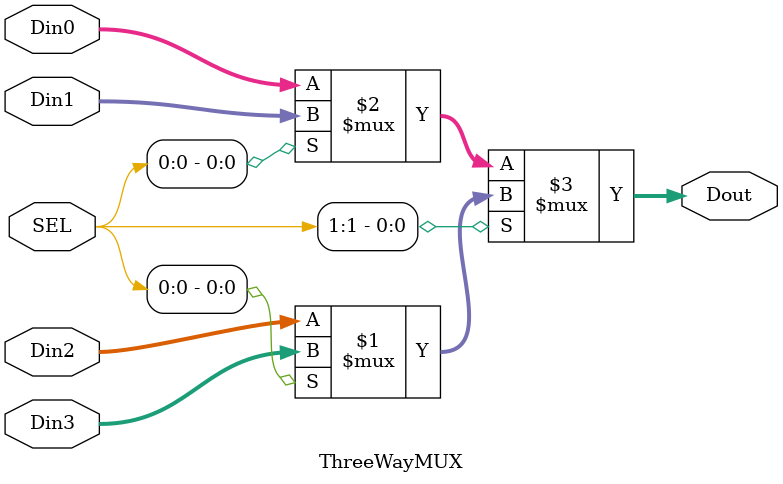
<source format=v>
`timescale 1ns / 1ps

module ThreeWayMUX #(parameter WL = 32) (SEL, Din0, Din1, Din2, Din3, Dout);

input [1:0] SEL;
input [WL-1:0] Din0, Din1, Din2, Din3;
output [WL-1:0] Dout;

assign Dout = SEL[1] ? (SEL[0] ? Din3 : Din2) : (SEL[0] ? Din1 : Din0);

endmodule

</source>
